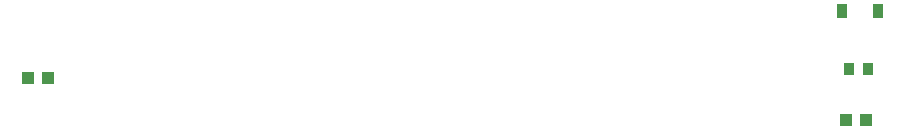
<source format=gbr>
%TF.GenerationSoftware,KiCad,Pcbnew,(6.0.6)*%
%TF.CreationDate,2022-07-02T11:07:41-07:00*%
%TF.ProjectId,PT Hub,50542048-7562-42e6-9b69-6361645f7063,v01*%
%TF.SameCoordinates,Original*%
%TF.FileFunction,Paste,Top*%
%TF.FilePolarity,Positive*%
%FSLAX46Y46*%
G04 Gerber Fmt 4.6, Leading zero omitted, Abs format (unit mm)*
G04 Created by KiCad (PCBNEW (6.0.6)) date 2022-07-02 11:07:41*
%MOMM*%
%LPD*%
G01*
G04 APERTURE LIST*
%ADD10R,1.100000X1.000000*%
%ADD11R,0.940000X1.020000*%
%ADD12R,0.965200X1.295400*%
G04 APERTURE END LIST*
D10*
%TO.C,C2*%
X160108000Y-121793000D03*
X158408000Y-121793000D03*
%TD*%
D11*
%TO.C,R1*%
X158722000Y-117475000D03*
X160302000Y-117475000D03*
%TD*%
D10*
%TO.C,C1*%
X90893000Y-118237000D03*
X89193000Y-118237000D03*
%TD*%
D12*
%TO.C,D1*%
X158115000Y-112522000D03*
X161163000Y-112522000D03*
%TD*%
M02*

</source>
